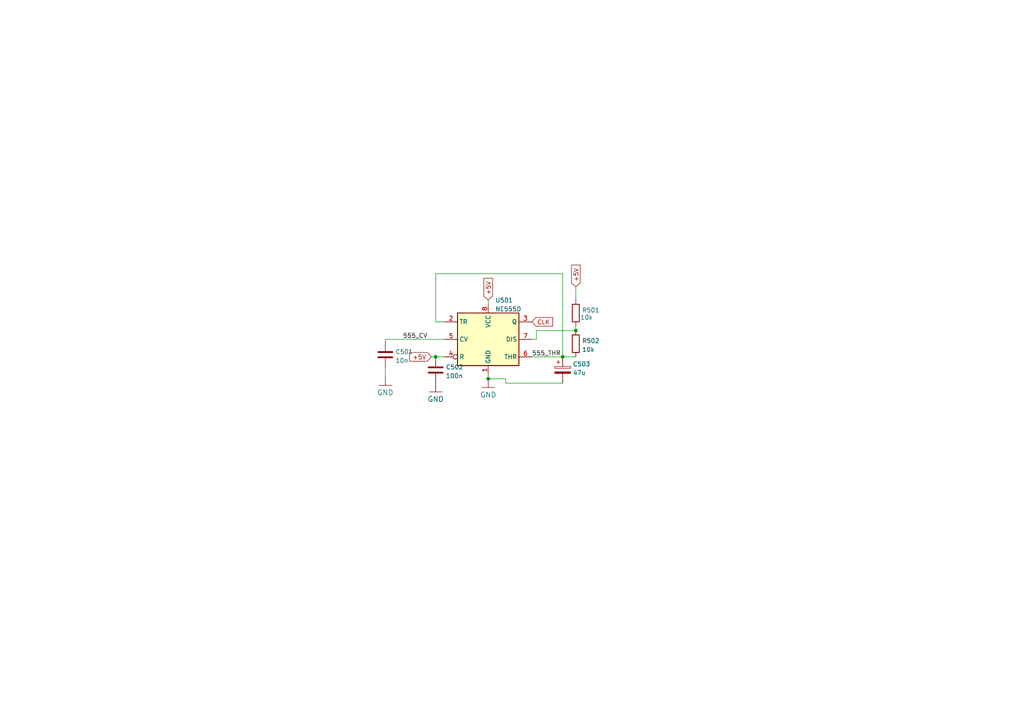
<source format=kicad_sch>
(kicad_sch (version 20211123) (generator eeschema)
  (paper "A4")
  (title_block (title "ParaCNTRL - FM repeater controller made of 74xx and analog") (date "2023-05-07") (rev "B") (company "ML Elektronika Mateusz Lubecki"))
  (lib_symbols
    (symbol "Device:C" (pin_numbers hide) (pin_names (offset 0.254))
      (property "Reference" "C" (at 0.635 2.54 0))
      (property "Value" "C" (at 0.635 -2.54 0))
      (symbol "C_0_1"
        (polyline (pts (xy -2.032 -0.762) (xy 2.032 -0.762)) (stroke (width 0.508)))
        (polyline (pts (xy -2.032 0.762) (xy 2.032 0.762)) (stroke (width 0.508)))
      )
      (symbol "C_1_1"
        (pin passive line (at 0 3.81 270) (length 2.794) (name "~") (number "1"))
        (pin passive line (at 0 -3.81 90) (length 2.794) (name "~") (number "2"))
      )
    )
    (symbol "Device:C_Polarized" (pin_numbers hide) (pin_names (offset 0.254))
      (property "Reference" "C" (at 0.635 2.54 0))
      (property "Value" "C_Polarized" (at 0.635 -2.54 0))
      (symbol "C_Polarized_0_1"
        (rectangle (start -2.286 0.508) (end 2.286 1.016))
        (polyline (pts (xy -1.778 2.286) (xy -0.762 2.286)))
        (polyline (pts (xy -1.27 2.794) (xy -1.27 1.778)))
        (rectangle (start 2.286 -0.508) (end -2.286 -1.016) (fill (type outline)))
      )
      (symbol "C_Polarized_1_1"
        (pin passive line (at 0 3.81 270) (length 2.794) (name "~") (number "1"))
        (pin passive line (at 0 -3.81 90) (length 2.794) (name "~") (number "2"))
      )
    )
    (symbol "Device:R" (pin_numbers hide) (pin_names (offset 0))
      (property "Reference" "R" (at 2.032 0 90))
      (property "Value" "R" (at 0 0 90))
      (symbol "R_0_1"
        (rectangle (start -1.016 -2.54) (end 1.016 2.54) (stroke (width 0.254)))
      )
      (symbol "R_1_1"
        (pin passive line (at 0 3.81 270) (length 1.27) (name "~") (number "1"))
        (pin passive line (at 0 -3.81 90) (length 1.27) (name "~") (number "2"))
      )
    )
    (symbol "Timer:NE555D"
      (property "Reference" "U" (at -10.16 8.89 0))
      (property "Value" "NE555D" (at 2.54 8.89 0))
      (symbol "NE555D_0_0"
        (pin power_in line (at 0 -10.16 90) (length 2.54) (name "GND") (number "1"))
        (pin power_in line (at 0 10.16 270) (length 2.54) (name "VCC") (number "8"))
      )
      (symbol "NE555D_0_1"
        (rectangle (start -8.89 -7.62) (end 8.89 7.62) (stroke (width 0.254)) (fill (type background)))
        (rectangle (start -8.89 -7.62) (end 8.89 7.62) (stroke (width 0.254)) (fill (type background)))
      )
      (symbol "NE555D_1_1"
        (pin input line (at -12.7 5.08 0) (length 3.81) (name "TR") (number "2"))
        (pin output line (at 12.7 5.08 180) (length 3.81) (name "Q") (number "3"))
        (pin input inverted (at -12.7 -5.08 0) (length 3.81) (name "R") (number "4"))
        (pin input line (at -12.7 0 0) (length 3.81) (name "CV") (number "5"))
        (pin input line (at 12.7 -5.08 180) (length 3.81) (name "THR") (number "6"))
        (pin input line (at 12.7 0 180) (length 3.81) (name "DIS") (number "7"))
      )
    )
    (symbol "paratnc_cp_import:GND" (power) (pin_names (offset 1.016))
      (property "Value" "GND" (at -2.54 -2.54 0))
      (symbol "GND_1_0"
        (polyline (pts (xy -1.905 0) (xy 1.905 0)))
        (pin power_in line (at 0 2.54 270) (length 2.54) (name "GND") (number "1"))
      )
    )
  )
  (junction (at 126.365 103.505))
  (junction (at 163.195 103.505))
  (junction (at 167.005 95.885))
  (junction (at 141.605 109.855))
  (wire (pts (xy 146.685 111.125) (xy 146.685 109.855)))
  (wire (pts (xy 163.195 103.505) (xy 167.005 103.505)))
  (wire (pts (xy 155.575 98.425) (xy 154.305 98.425)))
  (wire (pts (xy 111.76 98.425) (xy 128.905 98.425)))
  (wire (pts (xy 141.605 108.585) (xy 141.605 109.855)))
  (wire (pts (xy 163.195 103.505) (xy 163.195 79.375)))
  (wire (pts (xy 111.76 106.68) (xy 111.76 109.22)))
  (wire (pts (xy 154.305 103.505) (xy 163.195 103.505)))
  (wire (pts (xy 125.095 103.505) (xy 126.365 103.505)))
  (wire (pts (xy 126.365 93.345) (xy 128.905 93.345)))
  (wire (pts (xy 163.195 111.125) (xy 146.685 111.125)))
  (wire (pts (xy 111.76 98.425) (xy 111.76 99.06)))
  (wire (pts (xy 126.365 103.505) (xy 128.905 103.505)))
  (wire (pts (xy 155.575 95.885) (xy 155.575 98.425)))
  (wire (pts (xy 141.605 86.995) (xy 141.605 88.265)))
  (wire (pts (xy 146.685 109.855) (xy 141.605 109.855)))
  (wire (pts (xy 163.195 79.375) (xy 126.365 79.375)))
  (wire (pts (xy 155.575 95.885) (xy 167.005 95.885)))
  (wire (pts (xy 167.005 83.185) (xy 167.005 86.995)))
  (wire (pts (xy 126.365 79.375) (xy 126.365 93.345)))
  (wire (pts (xy 167.005 94.615) (xy 167.005 95.885)))
  (label "555_CV" (at 116.84 98.425 0))
  (label "555_THR" (at 154.305 103.505 0))
  (global_label "+5V" (shape input) (at 125.095 103.505 180) (property "Intersheet References" "${INTERSHEET_REFS}" (effects hide)))
  (global_label "CLK" (shape input) (at 154.305 93.345 0) (property "Intersheet References" "${INTERSHEET_REFS}" (effects hide)))
  (global_label "+5V" (shape input) (at 167.005 83.185 90) (property "Intersheet References" "${INTERSHEET_REFS}" (effects hide)))
  (global_label "+5V" (shape input) (at 141.605 86.995 90) (property "Intersheet References" "${INTERSHEET_REFS}" (effects hide)))
  (symbol (lib_id "paratnc_cp_import:GND") (at 141.605 112.395 0) (unit 1)
    (property "Reference" "#GND0503" (effects hide))
    (property "Value" "GND" (at 141.605 114.5038 0) (effects (font (size 1.4986 1.4986))))
  )
  (symbol (lib_id "paratnc_cp_import:GND") (at 111.76 111.76 0) (unit 1)
    (property "Reference" "#GND0501" (effects hide))
    (property "Value" "GND" (at 111.76 113.8688 0) (effects (font (size 1.4986 1.4986))))
  )
  (symbol (lib_id "Device:R") (at 167.005 99.695 180) (unit 1)
    (property "Reference" "R502" (at 168.783 98.8603 0) (effects (justify right)))
    (property "Value" "10k" (at 168.783 101.3972 0) (effects (justify right)))
    (property "Footprint" "Resistor_SMD:R_0805_2012Metric_Pad1.20x1.40mm_HandSolder" (effects hide))
  )
  (symbol (lib_id "Device:R") (at 167.005 90.805 180) (unit 1)
    (property "Reference" "R501" (at 168.783 89.9703 0) (effects (justify right)))
    (property "Value" "10k" (at 168.275 92.075 0) (effects (justify right)))
    (property "Footprint" "Resistor_SMD:R_0805_2012Metric_Pad1.20x1.40mm_HandSolder" (effects hide))
  )
  (symbol (lib_id "Timer:NE555D") (at 141.605 98.425 0) (unit 1)
    (property "Reference" "U501" (at 143.6244 87.1052 0) (effects (justify left)))
    (property "Value" "NE555D" (at 143.6244 89.6421 0) (effects (justify left)))
    (property "Footprint" "Package_SO:SOIC-8_3.9x4.9mm_P1.27mm" (effects hide))
    (property "Datasheet" "http://www.ti.com/lit/ds/symlink/ne555.pdf" (effects hide))
  )
  (symbol (lib_id "Device:C") (at 111.76 102.87 0) (unit 1)
    (property "Reference" "C501" (at 114.681 102.0353 0) (effects (justify left)))
    (property "Value" "10n" (at 114.681 104.5722 0) (effects (justify left)))
    (property "Footprint" "Capacitor_SMD:C_0805_2012Metric_Pad1.18x1.45mm_HandSolder" (effects hide))
  )
  (symbol (lib_id "Device:C") (at 126.365 107.315 0) (unit 1)
    (property "Reference" "C502" (at 129.286 106.4803 0) (effects (justify left)))
    (property "Value" "100n" (at 129.286 109.0172 0) (effects (justify left)))
    (property "Footprint" "Capacitor_SMD:C_0805_2012Metric_Pad1.18x1.45mm_HandSolder" (effects hide))
  )
  (symbol (lib_id "paratnc_cp_import:GND") (at 126.365 113.665 0) (unit 1)
    (property "Reference" "#GND0502" (effects hide))
    (property "Value" "GND" (at 126.365 115.7738 0) (effects (font (size 1.4986 1.4986))))
  )
  (symbol (lib_id "Device:C_Polarized") (at 163.195 107.315 0) (unit 1)
    (property "Reference" "C503" (at 166.116 105.5913 0) (effects (justify left)))
    (property "Value" "47u" (at 166.116 108.1282 0) (effects (justify left)))
    (property "Footprint" "Capacitor_Tantalum_SMD:CP_EIA-3528-21_Kemet-B_Pad1.50x2.35mm_HandSolder" (effects hide))
  )
)
</source>
